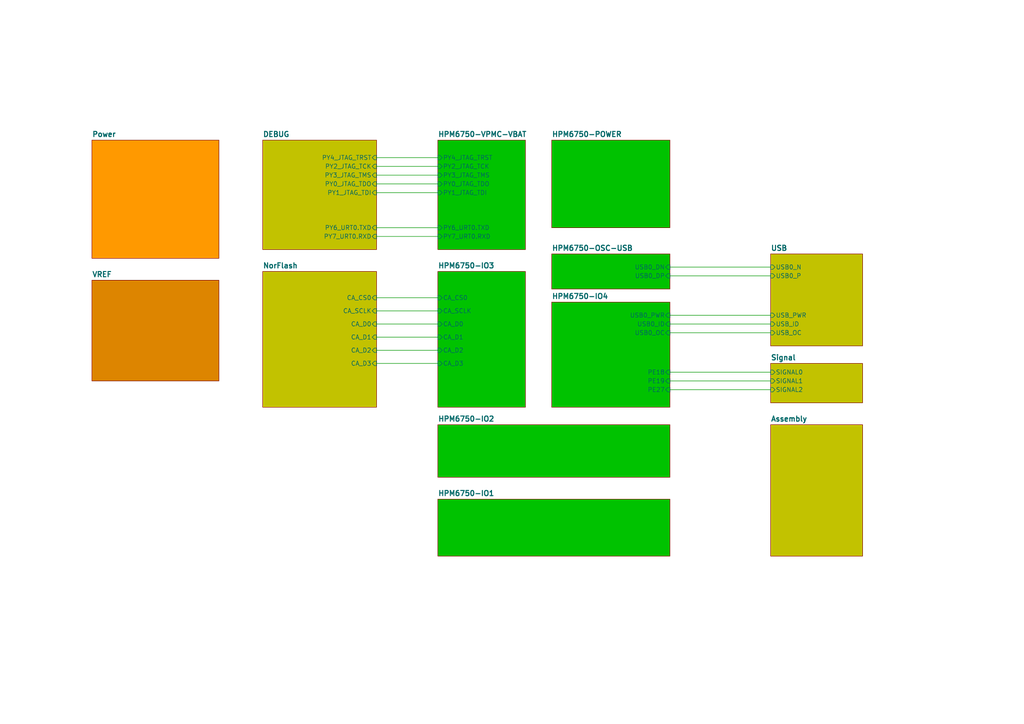
<source format=kicad_sch>
(kicad_sch (version 20230121) (generator eeschema)
  (paper "A4")
  (lib_symbols)
  (wire (pts (xy 109.22 66.04) (xy 127 66.04)))
  (wire (pts (xy 109.22 90.17) (xy 127 90.17)))
  (wire (pts (xy 194.31 80.01) (xy 223.52 80.01)))
  (wire (pts (xy 109.22 53.34) (xy 127 53.34)))
  (wire (pts (xy 109.22 55.88) (xy 127 55.88)))
  (wire (pts (xy 194.31 110.49) (xy 223.52 110.49)))
  (wire (pts (xy 109.22 101.6) (xy 127 101.6)))
  (wire (pts (xy 109.22 105.41) (xy 127 105.41)))
  (wire (pts (xy 194.31 77.47) (xy 223.52 77.47)))
  (wire (pts (xy 194.31 93.98) (xy 223.52 93.98)))
  (wire (pts (xy 109.22 48.26) (xy 127 48.26)))
  (wire (pts (xy 194.31 91.44) (xy 223.52 91.44)))
  (wire (pts (xy 109.22 50.8) (xy 127 50.8)))
  (wire (pts (xy 109.22 86.36) (xy 127 86.36)))
  (wire (pts (xy 194.31 113.03) (xy 223.52 113.03)))
  (wire (pts (xy 109.22 97.79) (xy 127 97.79)))
  (wire (pts (xy 109.22 68.58) (xy 127 68.58)))
  (wire (pts (xy 194.31 107.95) (xy 223.52 107.95)))
  (wire (pts (xy 109.22 45.72) (xy 127 45.72)))
  (wire (pts (xy 194.31 96.52) (xy 223.52 96.52)))
  (wire (pts (xy 109.22 93.98) (xy 127 93.98)))
  (sheet (at 76.2 40.64) (size 33.02 31.75) (stroke (width 0.1524)) (fill (color 194 194 0 1.0000))
    (property "Sheetname" "DEBUG" (at 76.2 39.8134 0) (effects (font (size 1.5 1.5) bold) (justify left bottom)))
    (property "Sheetfile" "DEBUG.kicad_sch" (effects hide))
    (pin "PY4_JTAG_TRST" input (at 109.22 45.72 0))
    (pin "PY2_JTAG_TCK" input (at 109.22 48.26 0))
    (pin "PY3_JTAG_TMS" input (at 109.22 50.8 0))
    (pin "PY0_JTAG_TDO" input (at 109.22 53.34 0))
    (pin "PY1_JTAG_TDI" input (at 109.22 55.88 0))
    (pin "PY6_URT0.TXD" input (at 109.22 66.04 0))
    (pin "PY7_URT0.RXD" input (at 109.22 68.58 0))
  )
  (sheet (at 160.02 87.63) (size 34.29 30.48) (stroke (width 0.1524)) (fill (color 0 194 0 1.0000))
    (property "Sheetname" "HPM6750-IO4" (at 160.02 86.8034 0) (effects (font (size 1.5 1.5) bold) (justify left bottom)))
    (property "Sheetfile" "HPM6750-IO4.kicad_sch" (effects hide))
    (pin "PE27" input (at 194.31 113.03 0))
    (pin "USB0_ID" input (at 194.31 93.98 0))
    (pin "PE18" input (at 194.31 107.95 0))
    (pin "PE19" input (at 194.31 110.49 0))
    (pin "USB0_OC" input (at 194.31 96.52 0))
    (pin "USB0_PWR" input (at 194.31 91.44 0))
  )
  (sheet (at 160.02 73.66) (size 34.29 10.16) (stroke (width 0.1524)) (fill (color 0 194 0 1.0000))
    (property "Sheetname" "HPM6750-OSC-USB" (at 160.02 72.8334 0) (effects (font (size 1.5 1.5) bold) (justify left bottom)))
    (property "Sheetfile" "HPM6750-OSC-USB.kicad_sch" (effects hide))
    (pin "USB0_DN" input (at 194.31 77.47 0))
    (pin "USB0_DP" input (at 194.31 80.01 0))
  )
  (sheet (at 76.2 78.74) (size 33.02 39.37) (stroke (width 0.1524)) (fill (color 194 194 0 1.0000))
    (property "Sheetname" "NorFlash" (at 76.2 77.9134 0) (effects (font (size 1.5 1.5) bold) (justify left bottom)))
    (property "Sheetfile" "NorFlash.kicad_sch" (effects hide))
    (pin "CA_D0" input (at 109.22 93.98 0))
    (pin "CA_SCLK" input (at 109.22 90.17 0))
    (pin "CA_D3" input (at 109.22 105.41 0))
    (pin "CA_D1" input (at 109.22 97.79 0))
    (pin "CA_D2" input (at 109.22 101.6 0))
    (pin "CA_CS0" input (at 109.22 86.36 0))
  )
  (sheet (at 127 144.78) (size 67.31 16.51) (stroke (width 0.1524)) (fill (color 0 194 0 1.0000))
    (property "Sheetname" "HPM6750-IO1" (at 127 143.9534 0) (effects (font (size 1.5 1.5) bold) (justify left bottom)))
    (property "Sheetfile" "HPM6750-IO1.kicad_sch" (effects hide))
  )
  (sheet (at 127 40.64) (size 25.4 31.75) (stroke (width 0.1524)) (fill (color 0 194 0 1.0000))
    (property "Sheetname" "HPM6750-VPMC-VBAT" (at 127 39.8134 0) (effects (font (size 1.5 1.5) bold) (justify left bottom)))
    (property "Sheetfile" "HPM6750-VPMC-VBAT.kicad_sch" (effects hide))
    (pin "PY7_URT0.RXD" input (at 127 68.58 180))
    (pin "PY2_JTAG_TCK" input (at 127 48.26 180))
    (pin "PY6_URT0.TXD" input (at 127 66.04 180))
    (pin "PY3_JTAG_TMS" input (at 127 50.8 180))
    (pin "PY4_JTAG_TRST" input (at 127 45.72 180))
    (pin "PY1_JTAG_TDI" input (at 127 55.88 180))
    (pin "PY0_JTAG_TDO" input (at 127 53.34 180))
  )
  (sheet (at 223.52 73.66) (size 26.67 26.67) (stroke (width 0.1524)) (fill (color 194 194 0 1.0000))
    (property "Sheetname" "USB" (at 223.52 72.8334 0) (effects (font (size 1.5 1.5) bold) (justify left bottom)))
    (property "Sheetfile" "USB.kicad_sch" (effects hide))
    (pin "USB_OC" input (at 223.52 96.52 180))
    (pin "USB0_P" input (at 223.52 80.01 180))
    (pin "USB0_N" input (at 223.52 77.47 180))
    (pin "USB_ID" input (at 223.52 93.98 180))
    (pin "USB_PWR" input (at 223.52 91.44 180))
  )
  (sheet (at 223.52 105.41) (size 26.67 11.43) (stroke (width 0.1524)) (fill (color 194 194 0 1.0000))
    (property "Sheetname" "Signal" (at 223.52 104.5834 0) (effects (font (size 1.5 1.5) bold) (justify left bottom)))
    (property "Sheetfile" "Signal.kicad_sch" (effects hide))
    (pin "SIGNAL1" input (at 223.52 110.49 180))
    (pin "SIGNAL2" input (at 223.52 113.03 180))
    (pin "SIGNAL0" input (at 223.52 107.95 180))
  )
  (sheet (at 160.02 40.64) (size 34.29 25.4) (stroke (width 0.1524)) (fill (color 0 194 0 1.0000))
    (property "Sheetname" "HPM6750-POWER" (at 160.02 39.8134 0) (effects (font (size 1.5 1.5) bold) (justify left bottom)))
    (property "Sheetfile" "HPM6750-POWER.kicad_sch" (effects hide))
  )
  (sheet (at 26.67 40.64) (size 36.83 34.29) (stroke (width 0.1524)) (fill (color 255 153 0 1.0000))
    (property "Sheetname" "Power" (at 26.67 39.8134 0) (effects (font (size 1.5 1.5) bold) (justify left bottom)))
    (property "Sheetfile" "Power.kicad_sch" (effects hide))
  )
  (sheet (at 127 78.74) (size 25.4 39.37) (stroke (width 0.1524)) (fill (color 0 194 0 1.0000))
    (property "Sheetname" "HPM6750-IO3" (at 127 77.9134 0) (effects (font (size 1.5 1.5) bold) (justify left bottom)))
    (property "Sheetfile" "HPM6750-IO3.kicad_sch" (effects hide))
    (pin "CA_D2" input (at 127 101.6 180))
    (pin "CA_CS0" input (at 127 86.36 180))
    (pin "CA_SCLK" input (at 127 90.17 180))
    (pin "CA_D0" input (at 127 93.98 180))
    (pin "CA_D3" input (at 127 105.41 180))
    (pin "CA_D1" input (at 127 97.79 180))
  )
  (sheet (at 223.52 123.19) (size 26.67 38.1) (stroke (width 0.1524)) (fill (color 194 194 0 1.0000))
    (property "Sheetname" "Assembly" (at 223.52 122.3634 0) (effects (font (size 1.5 1.5) bold) (justify left bottom)))
    (property "Sheetfile" "Assembly.kicad_sch" (effects hide))
  )
  (sheet (at 127 123.19) (size 67.31 15.24) (stroke (width 0.1524)) (fill (color 0 194 0 1.0000))
    (property "Sheetname" "HPM6750-IO2" (at 127 122.3634 0) (effects (font (size 1.5 1.5) bold) (justify left bottom)))
    (property "Sheetfile" "HPM6750-IO2.kicad_sch" (effects hide))
  )
  (sheet (at 26.67 81.28) (size 36.83 29.21) (stroke (width 0.1524)) (fill (color 221 133 0 1.0000))
    (property "Sheetname" "VREF" (at 26.67 80.4534 0) (effects (font (size 1.5 1.5) bold) (justify left bottom)))
    (property "Sheetfile" "VREF.kicad_sch" (effects hide))
  )
)
</source>
